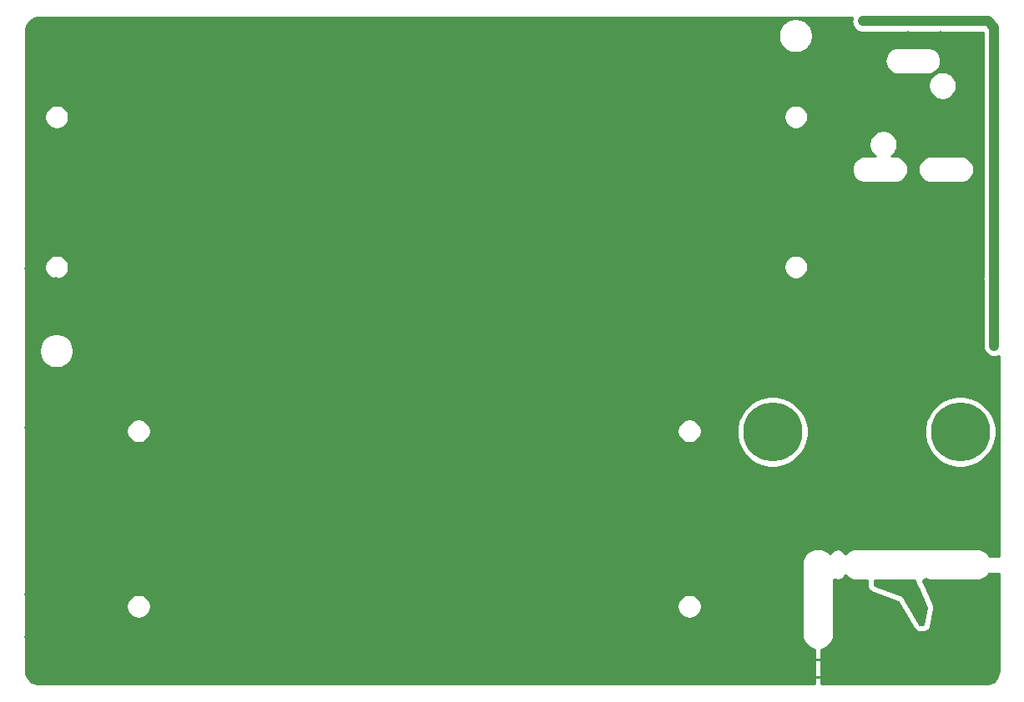
<source format=gbl>
G04 #@! TF.GenerationSoftware,KiCad,Pcbnew,(5.1.4)-1*
G04 #@! TF.CreationDate,2020-03-06T20:10:17-08:00*
G04 #@! TF.ProjectId,Light_intensity_data_logger,4c696768-745f-4696-9e74-656e73697479,rev?*
G04 #@! TF.SameCoordinates,Original*
G04 #@! TF.FileFunction,Copper,L2,Bot*
G04 #@! TF.FilePolarity,Positive*
%FSLAX46Y46*%
G04 Gerber Fmt 4.6, Leading zero omitted, Abs format (unit mm)*
G04 Created by KiCad (PCBNEW (5.1.4)-1) date 2020-03-06 20:10:17*
%MOMM*%
%LPD*%
G04 APERTURE LIST*
%ADD10C,6.000000*%
%ADD11C,0.800000*%
%ADD12C,0.250000*%
%ADD13C,1.000000*%
%ADD14C,0.254000*%
G04 APERTURE END LIST*
D10*
X149400000Y-74730000D03*
X168450000Y-74730000D03*
D11*
X161560000Y-93560000D03*
X161480000Y-94880000D03*
X161188703Y-92437044D03*
X158100000Y-91370000D03*
X159470000Y-91420000D03*
X167940000Y-93600000D03*
X169810000Y-93640000D03*
X158010000Y-97810000D03*
X160320000Y-96470000D03*
X139690000Y-91410000D03*
X139664999Y-93535001D03*
X142255001Y-75734999D03*
X106670000Y-91640000D03*
X106670000Y-93490000D03*
X116770000Y-48940000D03*
X88580000Y-41150000D03*
X92300000Y-41040000D03*
X104460000Y-38560000D03*
X108700000Y-38620000D03*
X157170000Y-36260000D03*
X159490000Y-34790000D03*
X163170000Y-34420000D03*
X170340000Y-34530000D03*
X166460000Y-34470000D03*
X124980000Y-57710000D03*
X122020000Y-47240000D03*
X121100000Y-59810000D03*
X112580000Y-57500000D03*
X116000000Y-60490000D03*
X117000000Y-66000000D03*
X114000000Y-63000000D03*
X110000000Y-65000000D03*
X109000000Y-58000000D03*
X105000000Y-61000000D03*
X102000000Y-65000000D03*
X100000000Y-58000000D03*
X90990000Y-57440000D03*
X95000000Y-60000000D03*
X97500000Y-68670000D03*
X104000000Y-68000000D03*
X74000000Y-35000000D03*
X76000000Y-33000000D03*
X80000000Y-33000000D03*
X85000000Y-33000000D03*
X90000000Y-33000000D03*
X95000000Y-33000000D03*
X100000000Y-33000000D03*
X105000000Y-33000000D03*
X110000000Y-33000000D03*
X115000000Y-33000000D03*
X120000000Y-33000000D03*
X124000000Y-33000000D03*
X129000000Y-33000000D03*
X134000000Y-33000000D03*
X139000000Y-33000000D03*
X144000000Y-33000000D03*
X150000000Y-33000000D03*
X155000000Y-33000000D03*
X119910000Y-38790000D03*
X124770000Y-38920000D03*
X130130000Y-38860000D03*
X135050000Y-38860000D03*
X139790000Y-38860000D03*
X148000000Y-36000000D03*
X96910000Y-51330000D03*
X101790000Y-44230000D03*
X110010000Y-42340000D03*
X115230000Y-42170000D03*
X120370000Y-42090000D03*
X126000000Y-46000000D03*
X110440000Y-48590000D03*
X96570000Y-46880000D03*
X102050000Y-49540000D03*
X105210000Y-42340000D03*
X125070000Y-42090000D03*
X124000000Y-51000000D03*
X170400000Y-52860000D03*
X118130000Y-92510000D03*
X120040000Y-98500000D03*
X117000000Y-98500000D03*
X113000000Y-92500000D03*
X113000000Y-97000000D03*
X111000000Y-98000000D03*
X79310000Y-92610000D03*
X73930000Y-95520000D03*
X79260000Y-100030000D03*
X74400000Y-99730000D03*
X82230000Y-90420000D03*
X86170000Y-99930000D03*
X90160000Y-92260000D03*
X87730000Y-92330000D03*
X90400000Y-99220000D03*
X171930000Y-86310000D03*
X166330000Y-85860000D03*
X161690000Y-85860000D03*
X158100000Y-86030000D03*
X154010000Y-86000000D03*
X152010000Y-89000000D03*
X152010000Y-93000000D03*
X152100000Y-95620000D03*
X148270000Y-95710000D03*
X143770000Y-95670000D03*
X144030000Y-91780000D03*
X143740000Y-86920000D03*
X147650000Y-82630000D03*
X147950000Y-91770000D03*
X157630000Y-80300000D03*
X155930000Y-69360000D03*
X153370000Y-75030000D03*
X153170000Y-72440000D03*
X160900000Y-65170000D03*
X167010000Y-100000000D03*
X171010000Y-100000000D03*
X171200000Y-96010000D03*
X172000000Y-93000000D03*
X171790000Y-89600000D03*
X165010000Y-90000000D03*
X166690000Y-91300000D03*
X169860000Y-91410000D03*
X169180000Y-98100000D03*
X99230000Y-97700000D03*
X89490000Y-42870000D03*
X89490000Y-45490000D03*
X89490000Y-47980000D03*
X89490000Y-50500000D03*
X89520000Y-53330000D03*
X134610000Y-41990000D03*
X132540000Y-41970000D03*
X129180000Y-42090000D03*
X128730000Y-44860000D03*
X128610000Y-48100000D03*
X128810000Y-51130000D03*
X117150000Y-37120000D03*
X114000000Y-34530000D03*
X110620000Y-34920000D03*
X117010000Y-34890000D03*
X100340000Y-74720000D03*
X105360000Y-74740000D03*
X105410000Y-70050000D03*
X95260000Y-92520000D03*
X95260000Y-89070000D03*
X95500000Y-98580000D03*
X118090000Y-88990000D03*
X123190000Y-92490000D03*
X123180000Y-89010000D03*
X123170000Y-97100000D03*
X128300000Y-96210000D03*
X128280000Y-92500000D03*
X138400000Y-95830000D03*
X140970000Y-95830000D03*
X163640000Y-98450000D03*
X165860000Y-96190000D03*
X144090000Y-37930000D03*
X82330000Y-95470000D03*
X157940000Y-93710000D03*
X156810000Y-91020000D03*
X110790000Y-67830000D03*
X97820000Y-74730000D03*
X100310000Y-69640000D03*
X90180000Y-88820000D03*
X87600000Y-88820000D03*
X85100000Y-90960000D03*
X171890000Y-78160000D03*
X170400000Y-57060000D03*
X158470000Y-57380000D03*
X167100000Y-52700000D03*
X171940000Y-82030000D03*
X170430000Y-61310000D03*
X170470000Y-65890000D03*
X165270000Y-72370000D03*
X166050000Y-78020000D03*
X151080000Y-78330000D03*
X147040000Y-39760000D03*
X159960000Y-72940000D03*
X73910000Y-91270000D03*
X78150000Y-96850000D03*
X150920000Y-69570000D03*
X155100000Y-65380000D03*
X158110000Y-62730000D03*
X171940000Y-72760000D03*
X170410000Y-69810000D03*
X163540000Y-56770000D03*
X164790000Y-61980000D03*
X80930000Y-50820000D03*
X76850000Y-47840000D03*
X78720000Y-46720000D03*
X76070000Y-44720000D03*
X74420000Y-43580000D03*
X74080000Y-39490000D03*
X78620000Y-40270000D03*
X78380000Y-35810000D03*
X82430000Y-45890000D03*
X82260000Y-39940000D03*
X96360000Y-38480000D03*
X95230000Y-74540000D03*
X92680000Y-74740000D03*
X90220000Y-74720000D03*
X85100000Y-73030000D03*
X85060000Y-70580000D03*
X85100000Y-76330000D03*
X90240000Y-79090000D03*
X92720000Y-79150000D03*
X95310000Y-79310000D03*
X97780000Y-79370000D03*
X100430000Y-79350000D03*
X95210000Y-69110000D03*
X91810000Y-68920000D03*
X87520000Y-66910000D03*
X84330000Y-65530000D03*
X84070000Y-61100000D03*
X83720000Y-54600000D03*
X87190000Y-54340000D03*
X87360000Y-58850000D03*
X146290000Y-45170000D03*
X145620000Y-48200000D03*
X143470000Y-50500000D03*
X143250000Y-54690000D03*
X140530000Y-57530000D03*
X138290000Y-59790000D03*
X136260000Y-61870000D03*
X133610000Y-64520000D03*
X131580000Y-66530000D03*
X127890000Y-66430000D03*
X123710000Y-66450000D03*
X121550000Y-68120000D03*
X119020000Y-68630000D03*
X116940000Y-69780000D03*
X114150000Y-68980000D03*
X107940000Y-70200000D03*
X107960000Y-74700000D03*
X113020000Y-74720000D03*
X112960000Y-71590000D03*
X113020000Y-77720000D03*
X82750000Y-87590000D03*
X85050000Y-87930000D03*
X92320000Y-87200000D03*
X95180000Y-86460000D03*
X98260000Y-86410000D03*
X95520000Y-83700000D03*
X93080000Y-81270000D03*
X88870000Y-81300000D03*
X86590000Y-79540000D03*
X82620000Y-79340000D03*
X81920000Y-74570000D03*
X82310000Y-70430000D03*
X79490000Y-67670000D03*
X79280000Y-63360000D03*
X79220000Y-60780000D03*
X76720000Y-59400000D03*
X73900000Y-58110000D03*
X73990000Y-62980000D03*
X73990000Y-68420000D03*
X73930000Y-74340000D03*
X74010000Y-79790000D03*
X74180000Y-85950000D03*
X77960000Y-74960000D03*
X78550000Y-84350000D03*
X74780000Y-54770000D03*
X74260000Y-49250000D03*
X77310000Y-52650000D03*
X90130000Y-71160000D03*
X97940000Y-82950000D03*
X101910000Y-86970000D03*
X104710000Y-84290000D03*
X108680000Y-83460000D03*
X112410000Y-83250000D03*
X104000000Y-80110000D03*
X108390000Y-80280000D03*
X104330000Y-97590000D03*
X108090000Y-97450000D03*
X110450000Y-88890000D03*
X110480000Y-92510000D03*
X104760000Y-87570000D03*
X116880000Y-85420000D03*
X111730000Y-85410000D03*
X106930000Y-85710000D03*
X121280000Y-85680000D03*
X124930000Y-85780000D03*
X128110000Y-87510000D03*
X138350000Y-84620000D03*
X141640000Y-84590000D03*
X133390000Y-70570000D03*
X135890000Y-69330000D03*
X138400000Y-67360000D03*
X133320000Y-74700000D03*
X135900000Y-74710000D03*
X138480000Y-74650000D03*
X141890000Y-79940000D03*
X135390000Y-79810000D03*
X143760000Y-70030000D03*
X141440000Y-67800000D03*
X153250000Y-60980000D03*
X151300000Y-63030000D03*
X148930000Y-65440000D03*
X146180000Y-68190000D03*
X142070000Y-64530000D03*
X144580000Y-61950000D03*
X147680000Y-58780000D03*
X150330000Y-58780000D03*
X151340000Y-55260000D03*
X156740000Y-54530000D03*
X151340000Y-53000000D03*
X154540000Y-51670000D03*
X158590000Y-51500000D03*
X163810000Y-51530000D03*
X163620000Y-49320000D03*
X158310000Y-45680000D03*
X156130000Y-49060000D03*
X161070000Y-43740000D03*
X164440000Y-43630000D03*
X168640000Y-43660000D03*
X170410000Y-44540000D03*
X168230000Y-46450000D03*
X164030000Y-46740000D03*
X158520000Y-39380000D03*
X161780000Y-40640000D03*
X164830000Y-40610000D03*
X168970000Y-37940000D03*
X143320000Y-42050000D03*
X154120000Y-39300000D03*
X118120000Y-71870000D03*
X118120000Y-74730000D03*
X118070000Y-77810000D03*
X120670000Y-71770000D03*
X120700000Y-74750000D03*
X120670000Y-77730000D03*
X123200000Y-74680000D03*
X123200000Y-77660000D03*
X127390000Y-69520000D03*
X125760000Y-74680000D03*
X125730000Y-78080000D03*
X129940000Y-69800000D03*
X128240000Y-74700000D03*
X128290000Y-78180000D03*
X130790000Y-74700000D03*
X130790000Y-78180000D03*
X130820000Y-71700000D03*
X124300000Y-69060000D03*
X148650000Y-54410000D03*
X133290000Y-79160000D03*
X138730000Y-80040000D03*
X134210000Y-82860000D03*
X131340000Y-82740000D03*
X131390000Y-81130000D03*
X120370000Y-83390000D03*
X116120000Y-83550000D03*
X101960000Y-81830000D03*
X125830000Y-81080000D03*
X120770000Y-81110000D03*
X123000000Y-81090000D03*
X125550000Y-82800000D03*
X128410000Y-82870000D03*
X128410000Y-81170000D03*
X131000000Y-60310000D03*
X131740000Y-56870000D03*
X117400000Y-53920000D03*
X105930000Y-53180000D03*
X81420000Y-55590000D03*
X146510000Y-71850000D03*
X138400000Y-87670000D03*
X113010000Y-89330000D03*
X115550000Y-74670000D03*
X115590000Y-78250000D03*
X102860000Y-70090000D03*
X102890000Y-74740000D03*
X158550000Y-33020000D03*
X160900000Y-33020000D03*
X162850000Y-33020000D03*
X165120000Y-33020000D03*
X167110000Y-33020000D03*
X169050000Y-33020000D03*
X171170000Y-33020000D03*
X171900000Y-34420000D03*
X171900000Y-36450000D03*
X171860000Y-48580000D03*
X171860000Y-50570000D03*
X171860000Y-52830000D03*
X171860000Y-54910000D03*
X171860000Y-56770000D03*
X171860000Y-58600000D03*
X171870000Y-60850000D03*
X171870000Y-63520000D03*
X171870000Y-66070000D03*
X164740000Y-92620000D03*
X163640000Y-91600000D03*
X163638807Y-90149999D03*
X161910000Y-90149999D03*
X164480000Y-93960000D03*
X160250000Y-90150000D03*
D12*
X161560000Y-93560000D02*
X161560000Y-94800000D01*
X161560000Y-94800000D02*
X161480000Y-94880000D01*
X161188703Y-93002729D02*
X161570000Y-93384026D01*
X161188703Y-92437044D02*
X161188703Y-93002729D01*
X161570000Y-93384026D02*
X161570000Y-93590000D01*
X157740000Y-93570000D02*
X157740000Y-91730000D01*
X157740000Y-91730000D02*
X158100000Y-91370000D01*
X158904315Y-91420000D02*
X158804315Y-91320000D01*
X159470000Y-91420000D02*
X158904315Y-91420000D01*
X158804315Y-91320000D02*
X158050000Y-91320000D01*
X158050000Y-91320000D02*
X158000000Y-91370000D01*
X167180000Y-93620000D02*
X168580000Y-93620000D01*
X169810000Y-93640000D02*
X167190000Y-93640000D01*
X167190000Y-93640000D02*
X167180000Y-93630000D01*
X158010000Y-97810000D02*
X158980000Y-97810000D01*
X158980000Y-97810000D02*
X160320000Y-96470000D01*
X158010000Y-97810000D02*
X151540000Y-97810000D01*
X151540000Y-97810000D02*
X151530000Y-97800000D01*
X158010000Y-98375685D02*
X156745685Y-99640000D01*
X158010000Y-97810000D02*
X158010000Y-98375685D01*
X156745685Y-99640000D02*
X151530000Y-99640000D01*
X151530000Y-99640000D02*
X151520000Y-99650000D01*
D13*
X158550000Y-33020000D02*
X171230000Y-33020000D01*
X171230000Y-33020000D02*
X171870000Y-33660000D01*
X171870000Y-45140000D02*
X171860000Y-45150000D01*
X171870000Y-33660000D02*
X171870000Y-45140000D01*
X171860000Y-45150000D02*
X171860000Y-48580000D01*
X171860000Y-48580000D02*
X171860000Y-58600000D01*
X171860000Y-59165685D02*
X171880000Y-59185685D01*
X171860000Y-58600000D02*
X171860000Y-59165685D01*
X171880000Y-59185685D02*
X171880000Y-65990000D01*
D12*
X163640000Y-91600000D02*
X163640000Y-90151192D01*
X163640000Y-90151192D02*
X163638807Y-90149999D01*
X161910000Y-90149999D02*
X163630001Y-90149999D01*
X163630001Y-90149999D02*
X163650000Y-90130000D01*
X164340001Y-92220001D02*
X164330001Y-92220001D01*
X164740000Y-92620000D02*
X164340001Y-92220001D01*
X164330001Y-92220001D02*
X163650000Y-91540000D01*
X164480000Y-93960000D02*
X164480000Y-92880000D01*
X164480000Y-92880000D02*
X164740000Y-92620000D01*
X161910000Y-90149999D02*
X160250001Y-90149999D01*
X160250001Y-90149999D02*
X160250000Y-90150000D01*
D14*
G36*
X164011730Y-90286594D02*
G01*
X164014774Y-90301898D01*
X164092795Y-90490256D01*
X164121022Y-90532501D01*
X165037277Y-92594074D01*
X164686895Y-94263000D01*
X164332499Y-94263000D01*
X162639360Y-91395429D01*
X162624661Y-91375335D01*
X162606325Y-91358494D01*
X162573732Y-91340767D01*
X159762007Y-90309477D01*
X159734738Y-89835000D01*
X163811021Y-89835000D01*
X164011730Y-90286594D01*
X164011730Y-90286594D01*
G37*
X164011730Y-90286594D02*
X164014774Y-90301898D01*
X164092795Y-90490256D01*
X164121022Y-90532501D01*
X165037277Y-92594074D01*
X164686895Y-94263000D01*
X164332499Y-94263000D01*
X162639360Y-91395429D01*
X162624661Y-91375335D01*
X162606325Y-91358494D01*
X162573732Y-91340767D01*
X159762007Y-90309477D01*
X159734738Y-89835000D01*
X163811021Y-89835000D01*
X164011730Y-90286594D01*
G36*
X172340001Y-98967711D02*
G01*
X172311375Y-99259660D01*
X172235965Y-99509429D01*
X172113477Y-99739794D01*
X171948579Y-99941979D01*
X171747546Y-100108288D01*
X171518046Y-100232378D01*
X171268805Y-100309531D01*
X170978911Y-100340000D01*
X154377000Y-100340000D01*
X154377000Y-96794209D01*
X154628715Y-96717852D01*
X154912752Y-96566031D01*
X155161714Y-96361714D01*
X155366031Y-96112752D01*
X155517852Y-95828715D01*
X155611343Y-95520516D01*
X155635000Y-95280322D01*
X155635000Y-89702609D01*
X155756440Y-89752911D01*
X155917760Y-89785000D01*
X156082240Y-89785000D01*
X156243560Y-89752911D01*
X156395521Y-89689967D01*
X156532281Y-89598587D01*
X156648587Y-89482281D01*
X156739967Y-89345521D01*
X156768488Y-89276665D01*
X156838286Y-89361714D01*
X157087248Y-89566031D01*
X157371285Y-89717852D01*
X157679484Y-89811343D01*
X157919678Y-89835000D01*
X158971481Y-89835000D01*
X159006046Y-90436434D01*
X159022825Y-90549400D01*
X159063831Y-90666934D01*
X159126978Y-90774210D01*
X159209840Y-90867105D01*
X159309233Y-90942050D01*
X159421338Y-90996164D01*
X162098476Y-91978090D01*
X163713200Y-94712854D01*
X163810987Y-94839013D01*
X163907213Y-94917983D01*
X164016996Y-94976664D01*
X164136118Y-95012799D01*
X164260000Y-95025000D01*
X164790000Y-95025000D01*
X164907280Y-95014076D01*
X165026778Y-94979204D01*
X165137176Y-94921689D01*
X165234233Y-94843742D01*
X165314218Y-94748358D01*
X165374057Y-94639203D01*
X165411452Y-94520471D01*
X165455987Y-94308346D01*
X165475226Y-94261898D01*
X165515000Y-94061939D01*
X165515000Y-94027256D01*
X165791452Y-92710471D01*
X165804793Y-92563793D01*
X165789434Y-92440263D01*
X165750270Y-92322102D01*
X164644891Y-89835000D01*
X170080322Y-89835000D01*
X170320516Y-89811343D01*
X170628715Y-89717852D01*
X170912752Y-89566031D01*
X171161714Y-89361714D01*
X171354338Y-89127000D01*
X172340001Y-89127000D01*
X172340001Y-98967711D01*
X172340001Y-98967711D01*
G37*
X172340001Y-98967711D02*
X172311375Y-99259660D01*
X172235965Y-99509429D01*
X172113477Y-99739794D01*
X171948579Y-99941979D01*
X171747546Y-100108288D01*
X171518046Y-100232378D01*
X171268805Y-100309531D01*
X170978911Y-100340000D01*
X154377000Y-100340000D01*
X154377000Y-96794209D01*
X154628715Y-96717852D01*
X154912752Y-96566031D01*
X155161714Y-96361714D01*
X155366031Y-96112752D01*
X155517852Y-95828715D01*
X155611343Y-95520516D01*
X155635000Y-95280322D01*
X155635000Y-89702609D01*
X155756440Y-89752911D01*
X155917760Y-89785000D01*
X156082240Y-89785000D01*
X156243560Y-89752911D01*
X156395521Y-89689967D01*
X156532281Y-89598587D01*
X156648587Y-89482281D01*
X156739967Y-89345521D01*
X156768488Y-89276665D01*
X156838286Y-89361714D01*
X157087248Y-89566031D01*
X157371285Y-89717852D01*
X157679484Y-89811343D01*
X157919678Y-89835000D01*
X158971481Y-89835000D01*
X159006046Y-90436434D01*
X159022825Y-90549400D01*
X159063831Y-90666934D01*
X159126978Y-90774210D01*
X159209840Y-90867105D01*
X159309233Y-90942050D01*
X159421338Y-90996164D01*
X162098476Y-91978090D01*
X163713200Y-94712854D01*
X163810987Y-94839013D01*
X163907213Y-94917983D01*
X164016996Y-94976664D01*
X164136118Y-95012799D01*
X164260000Y-95025000D01*
X164790000Y-95025000D01*
X164907280Y-95014076D01*
X165026778Y-94979204D01*
X165137176Y-94921689D01*
X165234233Y-94843742D01*
X165314218Y-94748358D01*
X165374057Y-94639203D01*
X165411452Y-94520471D01*
X165455987Y-94308346D01*
X165475226Y-94261898D01*
X165515000Y-94061939D01*
X165515000Y-94027256D01*
X165791452Y-92710471D01*
X165804793Y-92563793D01*
X165789434Y-92440263D01*
X165750270Y-92322102D01*
X164644891Y-89835000D01*
X170080322Y-89835000D01*
X170320516Y-89811343D01*
X170628715Y-89717852D01*
X170912752Y-89566031D01*
X171161714Y-89361714D01*
X171354338Y-89127000D01*
X172340001Y-89127000D01*
X172340001Y-98967711D01*
G36*
X157431423Y-32797501D02*
G01*
X157409509Y-33020000D01*
X157431423Y-33242499D01*
X157496324Y-33456447D01*
X157601716Y-33653623D01*
X157743551Y-33826449D01*
X157916377Y-33968284D01*
X158113553Y-34073676D01*
X158327501Y-34138577D01*
X158494248Y-34155000D01*
X170735000Y-34155000D01*
X170735001Y-44992706D01*
X170719509Y-45150000D01*
X170725000Y-45205752D01*
X170725001Y-48524239D01*
X170725000Y-48524249D01*
X170725001Y-58544239D01*
X170725000Y-58544249D01*
X170725000Y-59109934D01*
X170719509Y-59165685D01*
X170725000Y-59221436D01*
X170725000Y-59221437D01*
X170741423Y-59388184D01*
X170745000Y-59399976D01*
X170745001Y-66045752D01*
X170761424Y-66212499D01*
X170826325Y-66426447D01*
X170931717Y-66623623D01*
X171073552Y-66796449D01*
X171246378Y-66938284D01*
X171443554Y-67043676D01*
X171657502Y-67108577D01*
X171880000Y-67130491D01*
X172102499Y-67108577D01*
X172316447Y-67043676D01*
X172340001Y-67031086D01*
X172340001Y-87373000D01*
X171411866Y-87373000D01*
X171366031Y-87287248D01*
X171161714Y-87038286D01*
X170912752Y-86833969D01*
X170628715Y-86682148D01*
X170320516Y-86588657D01*
X170080322Y-86565000D01*
X157919678Y-86565000D01*
X157679484Y-86588657D01*
X157371285Y-86682148D01*
X157087248Y-86833969D01*
X156838286Y-87038286D01*
X156768488Y-87123335D01*
X156739967Y-87054479D01*
X156648587Y-86917719D01*
X156532281Y-86801413D01*
X156395521Y-86710033D01*
X156243560Y-86647089D01*
X156082240Y-86615000D01*
X155917760Y-86615000D01*
X155756440Y-86647089D01*
X155604479Y-86710033D01*
X155467719Y-86801413D01*
X155351413Y-86917719D01*
X155260033Y-87054479D01*
X155231512Y-87123335D01*
X155161714Y-87038286D01*
X154912751Y-86833969D01*
X154628714Y-86682148D01*
X154320515Y-86588657D01*
X154000000Y-86557089D01*
X153679484Y-86588657D01*
X153371285Y-86682148D01*
X153087248Y-86833969D01*
X152838286Y-87038286D01*
X152633969Y-87287249D01*
X152482148Y-87571286D01*
X152388657Y-87879485D01*
X152365000Y-88119679D01*
X152365001Y-95280322D01*
X152388658Y-95520516D01*
X152482149Y-95828715D01*
X152633970Y-96112752D01*
X152838287Y-96361714D01*
X153087249Y-96566031D01*
X153371286Y-96717852D01*
X153623000Y-96794208D01*
X153623000Y-100340000D01*
X75032279Y-100340000D01*
X74740340Y-100311375D01*
X74490571Y-100235965D01*
X74260206Y-100113477D01*
X74058021Y-99948579D01*
X73891712Y-99747546D01*
X73767622Y-99518046D01*
X73690469Y-99268805D01*
X73660000Y-98978911D01*
X73660000Y-92328856D01*
X83850000Y-92328856D01*
X83850000Y-92571144D01*
X83897269Y-92808778D01*
X83989989Y-93032623D01*
X84124597Y-93234079D01*
X84295921Y-93405403D01*
X84497377Y-93540011D01*
X84721222Y-93632731D01*
X84958856Y-93680000D01*
X85201144Y-93680000D01*
X85438778Y-93632731D01*
X85662623Y-93540011D01*
X85864079Y-93405403D01*
X86035403Y-93234079D01*
X86170011Y-93032623D01*
X86262731Y-92808778D01*
X86310000Y-92571144D01*
X86310000Y-92328856D01*
X139730000Y-92328856D01*
X139730000Y-92571144D01*
X139777269Y-92808778D01*
X139869989Y-93032623D01*
X140004597Y-93234079D01*
X140175921Y-93405403D01*
X140377377Y-93540011D01*
X140601222Y-93632731D01*
X140838856Y-93680000D01*
X141081144Y-93680000D01*
X141318778Y-93632731D01*
X141542623Y-93540011D01*
X141744079Y-93405403D01*
X141915403Y-93234079D01*
X142050011Y-93032623D01*
X142142731Y-92808778D01*
X142190000Y-92571144D01*
X142190000Y-92328856D01*
X142142731Y-92091222D01*
X142050011Y-91867377D01*
X141915403Y-91665921D01*
X141744079Y-91494597D01*
X141542623Y-91359989D01*
X141318778Y-91267269D01*
X141081144Y-91220000D01*
X140838856Y-91220000D01*
X140601222Y-91267269D01*
X140377377Y-91359989D01*
X140175921Y-91494597D01*
X140004597Y-91665921D01*
X139869989Y-91867377D01*
X139777269Y-92091222D01*
X139730000Y-92328856D01*
X86310000Y-92328856D01*
X86262731Y-92091222D01*
X86170011Y-91867377D01*
X86035403Y-91665921D01*
X85864079Y-91494597D01*
X85662623Y-91359989D01*
X85438778Y-91267269D01*
X85201144Y-91220000D01*
X84958856Y-91220000D01*
X84721222Y-91267269D01*
X84497377Y-91359989D01*
X84295921Y-91494597D01*
X84124597Y-91665921D01*
X83989989Y-91867377D01*
X83897269Y-92091222D01*
X83850000Y-92328856D01*
X73660000Y-92328856D01*
X73660000Y-74518856D01*
X83850000Y-74518856D01*
X83850000Y-74761144D01*
X83897269Y-74998778D01*
X83989989Y-75222623D01*
X84124597Y-75424079D01*
X84295921Y-75595403D01*
X84497377Y-75730011D01*
X84721222Y-75822731D01*
X84958856Y-75870000D01*
X85201144Y-75870000D01*
X85438778Y-75822731D01*
X85662623Y-75730011D01*
X85864079Y-75595403D01*
X86035403Y-75424079D01*
X86170011Y-75222623D01*
X86262731Y-74998778D01*
X86310000Y-74761144D01*
X86310000Y-74518856D01*
X139730000Y-74518856D01*
X139730000Y-74761144D01*
X139777269Y-74998778D01*
X139869989Y-75222623D01*
X140004597Y-75424079D01*
X140175921Y-75595403D01*
X140377377Y-75730011D01*
X140601222Y-75822731D01*
X140838856Y-75870000D01*
X141081144Y-75870000D01*
X141318778Y-75822731D01*
X141542623Y-75730011D01*
X141744079Y-75595403D01*
X141915403Y-75424079D01*
X142050011Y-75222623D01*
X142142731Y-74998778D01*
X142190000Y-74761144D01*
X142190000Y-74518856D01*
X142160785Y-74371984D01*
X145765000Y-74371984D01*
X145765000Y-75088016D01*
X145904691Y-75790290D01*
X146178705Y-76451818D01*
X146576511Y-77047177D01*
X147082823Y-77553489D01*
X147678182Y-77951295D01*
X148339710Y-78225309D01*
X149041984Y-78365000D01*
X149758016Y-78365000D01*
X150460290Y-78225309D01*
X151121818Y-77951295D01*
X151717177Y-77553489D01*
X152223489Y-77047177D01*
X152621295Y-76451818D01*
X152895309Y-75790290D01*
X153035000Y-75088016D01*
X153035000Y-74371984D01*
X164815000Y-74371984D01*
X164815000Y-75088016D01*
X164954691Y-75790290D01*
X165228705Y-76451818D01*
X165626511Y-77047177D01*
X166132823Y-77553489D01*
X166728182Y-77951295D01*
X167389710Y-78225309D01*
X168091984Y-78365000D01*
X168808016Y-78365000D01*
X169510290Y-78225309D01*
X170171818Y-77951295D01*
X170767177Y-77553489D01*
X171273489Y-77047177D01*
X171671295Y-76451818D01*
X171945309Y-75790290D01*
X172085000Y-75088016D01*
X172085000Y-74371984D01*
X171945309Y-73669710D01*
X171671295Y-73008182D01*
X171273489Y-72412823D01*
X170767177Y-71906511D01*
X170171818Y-71508705D01*
X169510290Y-71234691D01*
X168808016Y-71095000D01*
X168091984Y-71095000D01*
X167389710Y-71234691D01*
X166728182Y-71508705D01*
X166132823Y-71906511D01*
X165626511Y-72412823D01*
X165228705Y-73008182D01*
X164954691Y-73669710D01*
X164815000Y-74371984D01*
X153035000Y-74371984D01*
X152895309Y-73669710D01*
X152621295Y-73008182D01*
X152223489Y-72412823D01*
X151717177Y-71906511D01*
X151121818Y-71508705D01*
X150460290Y-71234691D01*
X149758016Y-71095000D01*
X149041984Y-71095000D01*
X148339710Y-71234691D01*
X147678182Y-71508705D01*
X147082823Y-71906511D01*
X146576511Y-72412823D01*
X146178705Y-73008182D01*
X145904691Y-73669710D01*
X145765000Y-74371984D01*
X142160785Y-74371984D01*
X142142731Y-74281222D01*
X142050011Y-74057377D01*
X141915403Y-73855921D01*
X141744079Y-73684597D01*
X141542623Y-73549989D01*
X141318778Y-73457269D01*
X141081144Y-73410000D01*
X140838856Y-73410000D01*
X140601222Y-73457269D01*
X140377377Y-73549989D01*
X140175921Y-73684597D01*
X140004597Y-73855921D01*
X139869989Y-74057377D01*
X139777269Y-74281222D01*
X139730000Y-74518856D01*
X86310000Y-74518856D01*
X86262731Y-74281222D01*
X86170011Y-74057377D01*
X86035403Y-73855921D01*
X85864079Y-73684597D01*
X85662623Y-73549989D01*
X85438778Y-73457269D01*
X85201144Y-73410000D01*
X84958856Y-73410000D01*
X84721222Y-73457269D01*
X84497377Y-73549989D01*
X84295921Y-73684597D01*
X84124597Y-73855921D01*
X83989989Y-74057377D01*
X83897269Y-74281222D01*
X83850000Y-74518856D01*
X73660000Y-74518856D01*
X73660000Y-66316415D01*
X74980420Y-66316415D01*
X74980420Y-66663105D01*
X75048056Y-67003133D01*
X75180728Y-67323433D01*
X75373339Y-67611695D01*
X75618485Y-67856841D01*
X75906747Y-68049452D01*
X76227047Y-68182124D01*
X76567075Y-68249760D01*
X76913765Y-68249760D01*
X77253793Y-68182124D01*
X77574093Y-68049452D01*
X77862355Y-67856841D01*
X78107501Y-67611695D01*
X78300112Y-67323433D01*
X78432784Y-67003133D01*
X78500420Y-66663105D01*
X78500420Y-66316415D01*
X78432784Y-65976387D01*
X78300112Y-65656087D01*
X78107501Y-65367825D01*
X77862355Y-65122679D01*
X77574093Y-64930068D01*
X77253793Y-64797396D01*
X76913765Y-64729760D01*
X76567075Y-64729760D01*
X76227047Y-64797396D01*
X75906747Y-64930068D01*
X75618485Y-65122679D01*
X75373339Y-65367825D01*
X75180728Y-65656087D01*
X75048056Y-65976387D01*
X74980420Y-66316415D01*
X73660000Y-66316415D01*
X73660000Y-57878856D01*
X75550000Y-57878856D01*
X75550000Y-58121144D01*
X75597269Y-58358778D01*
X75689989Y-58582623D01*
X75824597Y-58784079D01*
X75995921Y-58955403D01*
X76197377Y-59090011D01*
X76421222Y-59182731D01*
X76658856Y-59230000D01*
X76901144Y-59230000D01*
X77138778Y-59182731D01*
X77362623Y-59090011D01*
X77564079Y-58955403D01*
X77735403Y-58784079D01*
X77870011Y-58582623D01*
X77962731Y-58358778D01*
X78010000Y-58121144D01*
X78010000Y-57878856D01*
X78006022Y-57858856D01*
X150530000Y-57858856D01*
X150530000Y-58101144D01*
X150577269Y-58338778D01*
X150669989Y-58562623D01*
X150804597Y-58764079D01*
X150975921Y-58935403D01*
X151177377Y-59070011D01*
X151401222Y-59162731D01*
X151638856Y-59210000D01*
X151881144Y-59210000D01*
X152118778Y-59162731D01*
X152342623Y-59070011D01*
X152544079Y-58935403D01*
X152715403Y-58764079D01*
X152850011Y-58562623D01*
X152942731Y-58338778D01*
X152990000Y-58101144D01*
X152990000Y-57858856D01*
X152942731Y-57621222D01*
X152850011Y-57397377D01*
X152715403Y-57195921D01*
X152544079Y-57024597D01*
X152342623Y-56889989D01*
X152118778Y-56797269D01*
X151881144Y-56750000D01*
X151638856Y-56750000D01*
X151401222Y-56797269D01*
X151177377Y-56889989D01*
X150975921Y-57024597D01*
X150804597Y-57195921D01*
X150669989Y-57397377D01*
X150577269Y-57621222D01*
X150530000Y-57858856D01*
X78006022Y-57858856D01*
X77962731Y-57641222D01*
X77870011Y-57417377D01*
X77735403Y-57215921D01*
X77564079Y-57044597D01*
X77362623Y-56909989D01*
X77138778Y-56817269D01*
X76901144Y-56770000D01*
X76658856Y-56770000D01*
X76421222Y-56817269D01*
X76197377Y-56909989D01*
X75995921Y-57044597D01*
X75824597Y-57215921D01*
X75689989Y-57417377D01*
X75597269Y-57641222D01*
X75550000Y-57878856D01*
X73660000Y-57878856D01*
X73660000Y-48085000D01*
X157448420Y-48085000D01*
X157474678Y-48351607D01*
X157552445Y-48607968D01*
X157678730Y-48844231D01*
X157848682Y-49051318D01*
X158055769Y-49221270D01*
X158292032Y-49347555D01*
X158548393Y-49425322D01*
X158748191Y-49445000D01*
X161831809Y-49445000D01*
X162031607Y-49425322D01*
X162287968Y-49347555D01*
X162524231Y-49221270D01*
X162731318Y-49051318D01*
X162901270Y-48844231D01*
X163027555Y-48607968D01*
X163105322Y-48351607D01*
X163131580Y-48085000D01*
X164148420Y-48085000D01*
X164174678Y-48351607D01*
X164252445Y-48607968D01*
X164378730Y-48844231D01*
X164548682Y-49051318D01*
X164755769Y-49221270D01*
X164992032Y-49347555D01*
X165248393Y-49425322D01*
X165448191Y-49445000D01*
X168531809Y-49445000D01*
X168731607Y-49425322D01*
X168987968Y-49347555D01*
X169224231Y-49221270D01*
X169431318Y-49051318D01*
X169601270Y-48844231D01*
X169727555Y-48607968D01*
X169805322Y-48351607D01*
X169831580Y-48085000D01*
X169805322Y-47818393D01*
X169727555Y-47562032D01*
X169601270Y-47325769D01*
X169431318Y-47118682D01*
X169224231Y-46948730D01*
X168987968Y-46822445D01*
X168731607Y-46744678D01*
X168531809Y-46725000D01*
X165448191Y-46725000D01*
X165248393Y-46744678D01*
X164992032Y-46822445D01*
X164755769Y-46948730D01*
X164548682Y-47118682D01*
X164378730Y-47325769D01*
X164252445Y-47562032D01*
X164174678Y-47818393D01*
X164148420Y-48085000D01*
X163131580Y-48085000D01*
X163105322Y-47818393D01*
X163027555Y-47562032D01*
X162901270Y-47325769D01*
X162731318Y-47118682D01*
X162524231Y-46948730D01*
X162287968Y-46822445D01*
X162031607Y-46744678D01*
X161831809Y-46725000D01*
X161479385Y-46725000D01*
X161554759Y-46674637D01*
X161754637Y-46474759D01*
X161911680Y-46239727D01*
X162019853Y-45978574D01*
X162075000Y-45701335D01*
X162075000Y-45418665D01*
X162019853Y-45141426D01*
X161911680Y-44880273D01*
X161754637Y-44645241D01*
X161554759Y-44445363D01*
X161319727Y-44288320D01*
X161058574Y-44180147D01*
X160781335Y-44125000D01*
X160498665Y-44125000D01*
X160221426Y-44180147D01*
X159960273Y-44288320D01*
X159725241Y-44445363D01*
X159525363Y-44645241D01*
X159368320Y-44880273D01*
X159260147Y-45141426D01*
X159205000Y-45418665D01*
X159205000Y-45701335D01*
X159260147Y-45978574D01*
X159368320Y-46239727D01*
X159525363Y-46474759D01*
X159725241Y-46674637D01*
X159800615Y-46725000D01*
X158748191Y-46725000D01*
X158548393Y-46744678D01*
X158292032Y-46822445D01*
X158055769Y-46948730D01*
X157848682Y-47118682D01*
X157678730Y-47325769D01*
X157552445Y-47562032D01*
X157474678Y-47818393D01*
X157448420Y-48085000D01*
X73660000Y-48085000D01*
X73660000Y-42638856D01*
X75550000Y-42638856D01*
X75550000Y-42881144D01*
X75597269Y-43118778D01*
X75689989Y-43342623D01*
X75824597Y-43544079D01*
X75995921Y-43715403D01*
X76197377Y-43850011D01*
X76421222Y-43942731D01*
X76658856Y-43990000D01*
X76901144Y-43990000D01*
X77138778Y-43942731D01*
X77362623Y-43850011D01*
X77564079Y-43715403D01*
X77735403Y-43544079D01*
X77870011Y-43342623D01*
X77962731Y-43118778D01*
X78010000Y-42881144D01*
X78010000Y-42638856D01*
X78006022Y-42618856D01*
X150530000Y-42618856D01*
X150530000Y-42861144D01*
X150577269Y-43098778D01*
X150669989Y-43322623D01*
X150804597Y-43524079D01*
X150975921Y-43695403D01*
X151177377Y-43830011D01*
X151401222Y-43922731D01*
X151638856Y-43970000D01*
X151881144Y-43970000D01*
X152118778Y-43922731D01*
X152342623Y-43830011D01*
X152544079Y-43695403D01*
X152715403Y-43524079D01*
X152850011Y-43322623D01*
X152942731Y-43098778D01*
X152990000Y-42861144D01*
X152990000Y-42618856D01*
X152942731Y-42381222D01*
X152850011Y-42157377D01*
X152715403Y-41955921D01*
X152544079Y-41784597D01*
X152342623Y-41649989D01*
X152118778Y-41557269D01*
X151881144Y-41510000D01*
X151638856Y-41510000D01*
X151401222Y-41557269D01*
X151177377Y-41649989D01*
X150975921Y-41784597D01*
X150804597Y-41955921D01*
X150669989Y-42157377D01*
X150577269Y-42381222D01*
X150530000Y-42618856D01*
X78006022Y-42618856D01*
X77962731Y-42401222D01*
X77870011Y-42177377D01*
X77735403Y-41975921D01*
X77564079Y-41804597D01*
X77362623Y-41669989D01*
X77138778Y-41577269D01*
X76901144Y-41530000D01*
X76658856Y-41530000D01*
X76421222Y-41577269D01*
X76197377Y-41669989D01*
X75995921Y-41804597D01*
X75824597Y-41975921D01*
X75689989Y-42177377D01*
X75597269Y-42401222D01*
X75550000Y-42638856D01*
X73660000Y-42638856D01*
X73660000Y-39418665D01*
X165205000Y-39418665D01*
X165205000Y-39701335D01*
X165260147Y-39978574D01*
X165368320Y-40239727D01*
X165525363Y-40474759D01*
X165725241Y-40674637D01*
X165960273Y-40831680D01*
X166221426Y-40939853D01*
X166498665Y-40995000D01*
X166781335Y-40995000D01*
X167058574Y-40939853D01*
X167319727Y-40831680D01*
X167554759Y-40674637D01*
X167754637Y-40474759D01*
X167911680Y-40239727D01*
X168019853Y-39978574D01*
X168075000Y-39701335D01*
X168075000Y-39418665D01*
X168019853Y-39141426D01*
X167911680Y-38880273D01*
X167754637Y-38645241D01*
X167554759Y-38445363D01*
X167319727Y-38288320D01*
X167058574Y-38180147D01*
X166781335Y-38125000D01*
X166498665Y-38125000D01*
X166221426Y-38180147D01*
X165960273Y-38288320D01*
X165725241Y-38445363D01*
X165525363Y-38645241D01*
X165368320Y-38880273D01*
X165260147Y-39141426D01*
X165205000Y-39418665D01*
X73660000Y-39418665D01*
X73660000Y-37035000D01*
X160798420Y-37035000D01*
X160824678Y-37301607D01*
X160902445Y-37557968D01*
X161028730Y-37794231D01*
X161198682Y-38001318D01*
X161405769Y-38171270D01*
X161642032Y-38297555D01*
X161898393Y-38375322D01*
X162098191Y-38395000D01*
X165181809Y-38395000D01*
X165381607Y-38375322D01*
X165637968Y-38297555D01*
X165874231Y-38171270D01*
X166081318Y-38001318D01*
X166251270Y-37794231D01*
X166377555Y-37557968D01*
X166455322Y-37301607D01*
X166481580Y-37035000D01*
X166455322Y-36768393D01*
X166377555Y-36512032D01*
X166251270Y-36275769D01*
X166081318Y-36068682D01*
X165874231Y-35898730D01*
X165637968Y-35772445D01*
X165381607Y-35694678D01*
X165181809Y-35675000D01*
X162098191Y-35675000D01*
X161898393Y-35694678D01*
X161642032Y-35772445D01*
X161405769Y-35898730D01*
X161198682Y-36068682D01*
X161028730Y-36275769D01*
X160902445Y-36512032D01*
X160824678Y-36768393D01*
X160798420Y-37035000D01*
X73660000Y-37035000D01*
X73660000Y-34316415D01*
X149980420Y-34316415D01*
X149980420Y-34663105D01*
X150048056Y-35003133D01*
X150180728Y-35323433D01*
X150373339Y-35611695D01*
X150618485Y-35856841D01*
X150906747Y-36049452D01*
X151227047Y-36182124D01*
X151567075Y-36249760D01*
X151913765Y-36249760D01*
X152253793Y-36182124D01*
X152574093Y-36049452D01*
X152862355Y-35856841D01*
X153107501Y-35611695D01*
X153300112Y-35323433D01*
X153432784Y-35003133D01*
X153500420Y-34663105D01*
X153500420Y-34316415D01*
X153432784Y-33976387D01*
X153300112Y-33656087D01*
X153107501Y-33367825D01*
X152862355Y-33122679D01*
X152574093Y-32930068D01*
X152253793Y-32797396D01*
X151913765Y-32729760D01*
X151567075Y-32729760D01*
X151227047Y-32797396D01*
X150906747Y-32930068D01*
X150618485Y-33122679D01*
X150373339Y-33367825D01*
X150180728Y-33656087D01*
X150048056Y-33976387D01*
X149980420Y-34316415D01*
X73660000Y-34316415D01*
X73660000Y-34032279D01*
X73688625Y-33740341D01*
X73764035Y-33490571D01*
X73886522Y-33260208D01*
X74051422Y-33058020D01*
X74252450Y-32891714D01*
X74481954Y-32767622D01*
X74731195Y-32690469D01*
X75021088Y-32660000D01*
X157473134Y-32660000D01*
X157431423Y-32797501D01*
X157431423Y-32797501D01*
G37*
X157431423Y-32797501D02*
X157409509Y-33020000D01*
X157431423Y-33242499D01*
X157496324Y-33456447D01*
X157601716Y-33653623D01*
X157743551Y-33826449D01*
X157916377Y-33968284D01*
X158113553Y-34073676D01*
X158327501Y-34138577D01*
X158494248Y-34155000D01*
X170735000Y-34155000D01*
X170735001Y-44992706D01*
X170719509Y-45150000D01*
X170725000Y-45205752D01*
X170725001Y-48524239D01*
X170725000Y-48524249D01*
X170725001Y-58544239D01*
X170725000Y-58544249D01*
X170725000Y-59109934D01*
X170719509Y-59165685D01*
X170725000Y-59221436D01*
X170725000Y-59221437D01*
X170741423Y-59388184D01*
X170745000Y-59399976D01*
X170745001Y-66045752D01*
X170761424Y-66212499D01*
X170826325Y-66426447D01*
X170931717Y-66623623D01*
X171073552Y-66796449D01*
X171246378Y-66938284D01*
X171443554Y-67043676D01*
X171657502Y-67108577D01*
X171880000Y-67130491D01*
X172102499Y-67108577D01*
X172316447Y-67043676D01*
X172340001Y-67031086D01*
X172340001Y-87373000D01*
X171411866Y-87373000D01*
X171366031Y-87287248D01*
X171161714Y-87038286D01*
X170912752Y-86833969D01*
X170628715Y-86682148D01*
X170320516Y-86588657D01*
X170080322Y-86565000D01*
X157919678Y-86565000D01*
X157679484Y-86588657D01*
X157371285Y-86682148D01*
X157087248Y-86833969D01*
X156838286Y-87038286D01*
X156768488Y-87123335D01*
X156739967Y-87054479D01*
X156648587Y-86917719D01*
X156532281Y-86801413D01*
X156395521Y-86710033D01*
X156243560Y-86647089D01*
X156082240Y-86615000D01*
X155917760Y-86615000D01*
X155756440Y-86647089D01*
X155604479Y-86710033D01*
X155467719Y-86801413D01*
X155351413Y-86917719D01*
X155260033Y-87054479D01*
X155231512Y-87123335D01*
X155161714Y-87038286D01*
X154912751Y-86833969D01*
X154628714Y-86682148D01*
X154320515Y-86588657D01*
X154000000Y-86557089D01*
X153679484Y-86588657D01*
X153371285Y-86682148D01*
X153087248Y-86833969D01*
X152838286Y-87038286D01*
X152633969Y-87287249D01*
X152482148Y-87571286D01*
X152388657Y-87879485D01*
X152365000Y-88119679D01*
X152365001Y-95280322D01*
X152388658Y-95520516D01*
X152482149Y-95828715D01*
X152633970Y-96112752D01*
X152838287Y-96361714D01*
X153087249Y-96566031D01*
X153371286Y-96717852D01*
X153623000Y-96794208D01*
X153623000Y-100340000D01*
X75032279Y-100340000D01*
X74740340Y-100311375D01*
X74490571Y-100235965D01*
X74260206Y-100113477D01*
X74058021Y-99948579D01*
X73891712Y-99747546D01*
X73767622Y-99518046D01*
X73690469Y-99268805D01*
X73660000Y-98978911D01*
X73660000Y-92328856D01*
X83850000Y-92328856D01*
X83850000Y-92571144D01*
X83897269Y-92808778D01*
X83989989Y-93032623D01*
X84124597Y-93234079D01*
X84295921Y-93405403D01*
X84497377Y-93540011D01*
X84721222Y-93632731D01*
X84958856Y-93680000D01*
X85201144Y-93680000D01*
X85438778Y-93632731D01*
X85662623Y-93540011D01*
X85864079Y-93405403D01*
X86035403Y-93234079D01*
X86170011Y-93032623D01*
X86262731Y-92808778D01*
X86310000Y-92571144D01*
X86310000Y-92328856D01*
X139730000Y-92328856D01*
X139730000Y-92571144D01*
X139777269Y-92808778D01*
X139869989Y-93032623D01*
X140004597Y-93234079D01*
X140175921Y-93405403D01*
X140377377Y-93540011D01*
X140601222Y-93632731D01*
X140838856Y-93680000D01*
X141081144Y-93680000D01*
X141318778Y-93632731D01*
X141542623Y-93540011D01*
X141744079Y-93405403D01*
X141915403Y-93234079D01*
X142050011Y-93032623D01*
X142142731Y-92808778D01*
X142190000Y-92571144D01*
X142190000Y-92328856D01*
X142142731Y-92091222D01*
X142050011Y-91867377D01*
X141915403Y-91665921D01*
X141744079Y-91494597D01*
X141542623Y-91359989D01*
X141318778Y-91267269D01*
X141081144Y-91220000D01*
X140838856Y-91220000D01*
X140601222Y-91267269D01*
X140377377Y-91359989D01*
X140175921Y-91494597D01*
X140004597Y-91665921D01*
X139869989Y-91867377D01*
X139777269Y-92091222D01*
X139730000Y-92328856D01*
X86310000Y-92328856D01*
X86262731Y-92091222D01*
X86170011Y-91867377D01*
X86035403Y-91665921D01*
X85864079Y-91494597D01*
X85662623Y-91359989D01*
X85438778Y-91267269D01*
X85201144Y-91220000D01*
X84958856Y-91220000D01*
X84721222Y-91267269D01*
X84497377Y-91359989D01*
X84295921Y-91494597D01*
X84124597Y-91665921D01*
X83989989Y-91867377D01*
X83897269Y-92091222D01*
X83850000Y-92328856D01*
X73660000Y-92328856D01*
X73660000Y-74518856D01*
X83850000Y-74518856D01*
X83850000Y-74761144D01*
X83897269Y-74998778D01*
X83989989Y-75222623D01*
X84124597Y-75424079D01*
X84295921Y-75595403D01*
X84497377Y-75730011D01*
X84721222Y-75822731D01*
X84958856Y-75870000D01*
X85201144Y-75870000D01*
X85438778Y-75822731D01*
X85662623Y-75730011D01*
X85864079Y-75595403D01*
X86035403Y-75424079D01*
X86170011Y-75222623D01*
X86262731Y-74998778D01*
X86310000Y-74761144D01*
X86310000Y-74518856D01*
X139730000Y-74518856D01*
X139730000Y-74761144D01*
X139777269Y-74998778D01*
X139869989Y-75222623D01*
X140004597Y-75424079D01*
X140175921Y-75595403D01*
X140377377Y-75730011D01*
X140601222Y-75822731D01*
X140838856Y-75870000D01*
X141081144Y-75870000D01*
X141318778Y-75822731D01*
X141542623Y-75730011D01*
X141744079Y-75595403D01*
X141915403Y-75424079D01*
X142050011Y-75222623D01*
X142142731Y-74998778D01*
X142190000Y-74761144D01*
X142190000Y-74518856D01*
X142160785Y-74371984D01*
X145765000Y-74371984D01*
X145765000Y-75088016D01*
X145904691Y-75790290D01*
X146178705Y-76451818D01*
X146576511Y-77047177D01*
X147082823Y-77553489D01*
X147678182Y-77951295D01*
X148339710Y-78225309D01*
X149041984Y-78365000D01*
X149758016Y-78365000D01*
X150460290Y-78225309D01*
X151121818Y-77951295D01*
X151717177Y-77553489D01*
X152223489Y-77047177D01*
X152621295Y-76451818D01*
X152895309Y-75790290D01*
X153035000Y-75088016D01*
X153035000Y-74371984D01*
X164815000Y-74371984D01*
X164815000Y-75088016D01*
X164954691Y-75790290D01*
X165228705Y-76451818D01*
X165626511Y-77047177D01*
X166132823Y-77553489D01*
X166728182Y-77951295D01*
X167389710Y-78225309D01*
X168091984Y-78365000D01*
X168808016Y-78365000D01*
X169510290Y-78225309D01*
X170171818Y-77951295D01*
X170767177Y-77553489D01*
X171273489Y-77047177D01*
X171671295Y-76451818D01*
X171945309Y-75790290D01*
X172085000Y-75088016D01*
X172085000Y-74371984D01*
X171945309Y-73669710D01*
X171671295Y-73008182D01*
X171273489Y-72412823D01*
X170767177Y-71906511D01*
X170171818Y-71508705D01*
X169510290Y-71234691D01*
X168808016Y-71095000D01*
X168091984Y-71095000D01*
X167389710Y-71234691D01*
X166728182Y-71508705D01*
X166132823Y-71906511D01*
X165626511Y-72412823D01*
X165228705Y-73008182D01*
X164954691Y-73669710D01*
X164815000Y-74371984D01*
X153035000Y-74371984D01*
X152895309Y-73669710D01*
X152621295Y-73008182D01*
X152223489Y-72412823D01*
X151717177Y-71906511D01*
X151121818Y-71508705D01*
X150460290Y-71234691D01*
X149758016Y-71095000D01*
X149041984Y-71095000D01*
X148339710Y-71234691D01*
X147678182Y-71508705D01*
X147082823Y-71906511D01*
X146576511Y-72412823D01*
X146178705Y-73008182D01*
X145904691Y-73669710D01*
X145765000Y-74371984D01*
X142160785Y-74371984D01*
X142142731Y-74281222D01*
X142050011Y-74057377D01*
X141915403Y-73855921D01*
X141744079Y-73684597D01*
X141542623Y-73549989D01*
X141318778Y-73457269D01*
X141081144Y-73410000D01*
X140838856Y-73410000D01*
X140601222Y-73457269D01*
X140377377Y-73549989D01*
X140175921Y-73684597D01*
X140004597Y-73855921D01*
X139869989Y-74057377D01*
X139777269Y-74281222D01*
X139730000Y-74518856D01*
X86310000Y-74518856D01*
X86262731Y-74281222D01*
X86170011Y-74057377D01*
X86035403Y-73855921D01*
X85864079Y-73684597D01*
X85662623Y-73549989D01*
X85438778Y-73457269D01*
X85201144Y-73410000D01*
X84958856Y-73410000D01*
X84721222Y-73457269D01*
X84497377Y-73549989D01*
X84295921Y-73684597D01*
X84124597Y-73855921D01*
X83989989Y-74057377D01*
X83897269Y-74281222D01*
X83850000Y-74518856D01*
X73660000Y-74518856D01*
X73660000Y-66316415D01*
X74980420Y-66316415D01*
X74980420Y-66663105D01*
X75048056Y-67003133D01*
X75180728Y-67323433D01*
X75373339Y-67611695D01*
X75618485Y-67856841D01*
X75906747Y-68049452D01*
X76227047Y-68182124D01*
X76567075Y-68249760D01*
X76913765Y-68249760D01*
X77253793Y-68182124D01*
X77574093Y-68049452D01*
X77862355Y-67856841D01*
X78107501Y-67611695D01*
X78300112Y-67323433D01*
X78432784Y-67003133D01*
X78500420Y-66663105D01*
X78500420Y-66316415D01*
X78432784Y-65976387D01*
X78300112Y-65656087D01*
X78107501Y-65367825D01*
X77862355Y-65122679D01*
X77574093Y-64930068D01*
X77253793Y-64797396D01*
X76913765Y-64729760D01*
X76567075Y-64729760D01*
X76227047Y-64797396D01*
X75906747Y-64930068D01*
X75618485Y-65122679D01*
X75373339Y-65367825D01*
X75180728Y-65656087D01*
X75048056Y-65976387D01*
X74980420Y-66316415D01*
X73660000Y-66316415D01*
X73660000Y-57878856D01*
X75550000Y-57878856D01*
X75550000Y-58121144D01*
X75597269Y-58358778D01*
X75689989Y-58582623D01*
X75824597Y-58784079D01*
X75995921Y-58955403D01*
X76197377Y-59090011D01*
X76421222Y-59182731D01*
X76658856Y-59230000D01*
X76901144Y-59230000D01*
X77138778Y-59182731D01*
X77362623Y-59090011D01*
X77564079Y-58955403D01*
X77735403Y-58784079D01*
X77870011Y-58582623D01*
X77962731Y-58358778D01*
X78010000Y-58121144D01*
X78010000Y-57878856D01*
X78006022Y-57858856D01*
X150530000Y-57858856D01*
X150530000Y-58101144D01*
X150577269Y-58338778D01*
X150669989Y-58562623D01*
X150804597Y-58764079D01*
X150975921Y-58935403D01*
X151177377Y-59070011D01*
X151401222Y-59162731D01*
X151638856Y-59210000D01*
X151881144Y-59210000D01*
X152118778Y-59162731D01*
X152342623Y-59070011D01*
X152544079Y-58935403D01*
X152715403Y-58764079D01*
X152850011Y-58562623D01*
X152942731Y-58338778D01*
X152990000Y-58101144D01*
X152990000Y-57858856D01*
X152942731Y-57621222D01*
X152850011Y-57397377D01*
X152715403Y-57195921D01*
X152544079Y-57024597D01*
X152342623Y-56889989D01*
X152118778Y-56797269D01*
X151881144Y-56750000D01*
X151638856Y-56750000D01*
X151401222Y-56797269D01*
X151177377Y-56889989D01*
X150975921Y-57024597D01*
X150804597Y-57195921D01*
X150669989Y-57397377D01*
X150577269Y-57621222D01*
X150530000Y-57858856D01*
X78006022Y-57858856D01*
X77962731Y-57641222D01*
X77870011Y-57417377D01*
X77735403Y-57215921D01*
X77564079Y-57044597D01*
X77362623Y-56909989D01*
X77138778Y-56817269D01*
X76901144Y-56770000D01*
X76658856Y-56770000D01*
X76421222Y-56817269D01*
X76197377Y-56909989D01*
X75995921Y-57044597D01*
X75824597Y-57215921D01*
X75689989Y-57417377D01*
X75597269Y-57641222D01*
X75550000Y-57878856D01*
X73660000Y-57878856D01*
X73660000Y-48085000D01*
X157448420Y-48085000D01*
X157474678Y-48351607D01*
X157552445Y-48607968D01*
X157678730Y-48844231D01*
X157848682Y-49051318D01*
X158055769Y-49221270D01*
X158292032Y-49347555D01*
X158548393Y-49425322D01*
X158748191Y-49445000D01*
X161831809Y-49445000D01*
X162031607Y-49425322D01*
X162287968Y-49347555D01*
X162524231Y-49221270D01*
X162731318Y-49051318D01*
X162901270Y-48844231D01*
X163027555Y-48607968D01*
X163105322Y-48351607D01*
X163131580Y-48085000D01*
X164148420Y-48085000D01*
X164174678Y-48351607D01*
X164252445Y-48607968D01*
X164378730Y-48844231D01*
X164548682Y-49051318D01*
X164755769Y-49221270D01*
X164992032Y-49347555D01*
X165248393Y-49425322D01*
X165448191Y-49445000D01*
X168531809Y-49445000D01*
X168731607Y-49425322D01*
X168987968Y-49347555D01*
X169224231Y-49221270D01*
X169431318Y-49051318D01*
X169601270Y-48844231D01*
X169727555Y-48607968D01*
X169805322Y-48351607D01*
X169831580Y-48085000D01*
X169805322Y-47818393D01*
X169727555Y-47562032D01*
X169601270Y-47325769D01*
X169431318Y-47118682D01*
X169224231Y-46948730D01*
X168987968Y-46822445D01*
X168731607Y-46744678D01*
X168531809Y-46725000D01*
X165448191Y-46725000D01*
X165248393Y-46744678D01*
X164992032Y-46822445D01*
X164755769Y-46948730D01*
X164548682Y-47118682D01*
X164378730Y-47325769D01*
X164252445Y-47562032D01*
X164174678Y-47818393D01*
X164148420Y-48085000D01*
X163131580Y-48085000D01*
X163105322Y-47818393D01*
X163027555Y-47562032D01*
X162901270Y-47325769D01*
X162731318Y-47118682D01*
X162524231Y-46948730D01*
X162287968Y-46822445D01*
X162031607Y-46744678D01*
X161831809Y-46725000D01*
X161479385Y-46725000D01*
X161554759Y-46674637D01*
X161754637Y-46474759D01*
X161911680Y-46239727D01*
X162019853Y-45978574D01*
X162075000Y-45701335D01*
X162075000Y-45418665D01*
X162019853Y-45141426D01*
X161911680Y-44880273D01*
X161754637Y-44645241D01*
X161554759Y-44445363D01*
X161319727Y-44288320D01*
X161058574Y-44180147D01*
X160781335Y-44125000D01*
X160498665Y-44125000D01*
X160221426Y-44180147D01*
X159960273Y-44288320D01*
X159725241Y-44445363D01*
X159525363Y-44645241D01*
X159368320Y-44880273D01*
X159260147Y-45141426D01*
X159205000Y-45418665D01*
X159205000Y-45701335D01*
X159260147Y-45978574D01*
X159368320Y-46239727D01*
X159525363Y-46474759D01*
X159725241Y-46674637D01*
X159800615Y-46725000D01*
X158748191Y-46725000D01*
X158548393Y-46744678D01*
X158292032Y-46822445D01*
X158055769Y-46948730D01*
X157848682Y-47118682D01*
X157678730Y-47325769D01*
X157552445Y-47562032D01*
X157474678Y-47818393D01*
X157448420Y-48085000D01*
X73660000Y-48085000D01*
X73660000Y-42638856D01*
X75550000Y-42638856D01*
X75550000Y-42881144D01*
X75597269Y-43118778D01*
X75689989Y-43342623D01*
X75824597Y-43544079D01*
X75995921Y-43715403D01*
X76197377Y-43850011D01*
X76421222Y-43942731D01*
X76658856Y-43990000D01*
X76901144Y-43990000D01*
X77138778Y-43942731D01*
X77362623Y-43850011D01*
X77564079Y-43715403D01*
X77735403Y-43544079D01*
X77870011Y-43342623D01*
X77962731Y-43118778D01*
X78010000Y-42881144D01*
X78010000Y-42638856D01*
X78006022Y-42618856D01*
X150530000Y-42618856D01*
X150530000Y-42861144D01*
X150577269Y-43098778D01*
X150669989Y-43322623D01*
X150804597Y-43524079D01*
X150975921Y-43695403D01*
X151177377Y-43830011D01*
X151401222Y-43922731D01*
X151638856Y-43970000D01*
X151881144Y-43970000D01*
X152118778Y-43922731D01*
X152342623Y-43830011D01*
X152544079Y-43695403D01*
X152715403Y-43524079D01*
X152850011Y-43322623D01*
X152942731Y-43098778D01*
X152990000Y-42861144D01*
X152990000Y-42618856D01*
X152942731Y-42381222D01*
X152850011Y-42157377D01*
X152715403Y-41955921D01*
X152544079Y-41784597D01*
X152342623Y-41649989D01*
X152118778Y-41557269D01*
X151881144Y-41510000D01*
X151638856Y-41510000D01*
X151401222Y-41557269D01*
X151177377Y-41649989D01*
X150975921Y-41784597D01*
X150804597Y-41955921D01*
X150669989Y-42157377D01*
X150577269Y-42381222D01*
X150530000Y-42618856D01*
X78006022Y-42618856D01*
X77962731Y-42401222D01*
X77870011Y-42177377D01*
X77735403Y-41975921D01*
X77564079Y-41804597D01*
X77362623Y-41669989D01*
X77138778Y-41577269D01*
X76901144Y-41530000D01*
X76658856Y-41530000D01*
X76421222Y-41577269D01*
X76197377Y-41669989D01*
X75995921Y-41804597D01*
X75824597Y-41975921D01*
X75689989Y-42177377D01*
X75597269Y-42401222D01*
X75550000Y-42638856D01*
X73660000Y-42638856D01*
X73660000Y-39418665D01*
X165205000Y-39418665D01*
X165205000Y-39701335D01*
X165260147Y-39978574D01*
X165368320Y-40239727D01*
X165525363Y-40474759D01*
X165725241Y-40674637D01*
X165960273Y-40831680D01*
X166221426Y-40939853D01*
X166498665Y-40995000D01*
X166781335Y-40995000D01*
X167058574Y-40939853D01*
X167319727Y-40831680D01*
X167554759Y-40674637D01*
X167754637Y-40474759D01*
X167911680Y-40239727D01*
X168019853Y-39978574D01*
X168075000Y-39701335D01*
X168075000Y-39418665D01*
X168019853Y-39141426D01*
X167911680Y-38880273D01*
X167754637Y-38645241D01*
X167554759Y-38445363D01*
X167319727Y-38288320D01*
X167058574Y-38180147D01*
X166781335Y-38125000D01*
X166498665Y-38125000D01*
X166221426Y-38180147D01*
X165960273Y-38288320D01*
X165725241Y-38445363D01*
X165525363Y-38645241D01*
X165368320Y-38880273D01*
X165260147Y-39141426D01*
X165205000Y-39418665D01*
X73660000Y-39418665D01*
X73660000Y-37035000D01*
X160798420Y-37035000D01*
X160824678Y-37301607D01*
X160902445Y-37557968D01*
X161028730Y-37794231D01*
X161198682Y-38001318D01*
X161405769Y-38171270D01*
X161642032Y-38297555D01*
X161898393Y-38375322D01*
X162098191Y-38395000D01*
X165181809Y-38395000D01*
X165381607Y-38375322D01*
X165637968Y-38297555D01*
X165874231Y-38171270D01*
X166081318Y-38001318D01*
X166251270Y-37794231D01*
X166377555Y-37557968D01*
X166455322Y-37301607D01*
X166481580Y-37035000D01*
X166455322Y-36768393D01*
X166377555Y-36512032D01*
X166251270Y-36275769D01*
X166081318Y-36068682D01*
X165874231Y-35898730D01*
X165637968Y-35772445D01*
X165381607Y-35694678D01*
X165181809Y-35675000D01*
X162098191Y-35675000D01*
X161898393Y-35694678D01*
X161642032Y-35772445D01*
X161405769Y-35898730D01*
X161198682Y-36068682D01*
X161028730Y-36275769D01*
X160902445Y-36512032D01*
X160824678Y-36768393D01*
X160798420Y-37035000D01*
X73660000Y-37035000D01*
X73660000Y-34316415D01*
X149980420Y-34316415D01*
X149980420Y-34663105D01*
X150048056Y-35003133D01*
X150180728Y-35323433D01*
X150373339Y-35611695D01*
X150618485Y-35856841D01*
X150906747Y-36049452D01*
X151227047Y-36182124D01*
X151567075Y-36249760D01*
X151913765Y-36249760D01*
X152253793Y-36182124D01*
X152574093Y-36049452D01*
X152862355Y-35856841D01*
X153107501Y-35611695D01*
X153300112Y-35323433D01*
X153432784Y-35003133D01*
X153500420Y-34663105D01*
X153500420Y-34316415D01*
X153432784Y-33976387D01*
X153300112Y-33656087D01*
X153107501Y-33367825D01*
X152862355Y-33122679D01*
X152574093Y-32930068D01*
X152253793Y-32797396D01*
X151913765Y-32729760D01*
X151567075Y-32729760D01*
X151227047Y-32797396D01*
X150906747Y-32930068D01*
X150618485Y-33122679D01*
X150373339Y-33367825D01*
X150180728Y-33656087D01*
X150048056Y-33976387D01*
X149980420Y-34316415D01*
X73660000Y-34316415D01*
X73660000Y-34032279D01*
X73688625Y-33740341D01*
X73764035Y-33490571D01*
X73886522Y-33260208D01*
X74051422Y-33058020D01*
X74252450Y-32891714D01*
X74481954Y-32767622D01*
X74731195Y-32690469D01*
X75021088Y-32660000D01*
X157473134Y-32660000D01*
X157431423Y-32797501D01*
M02*

</source>
